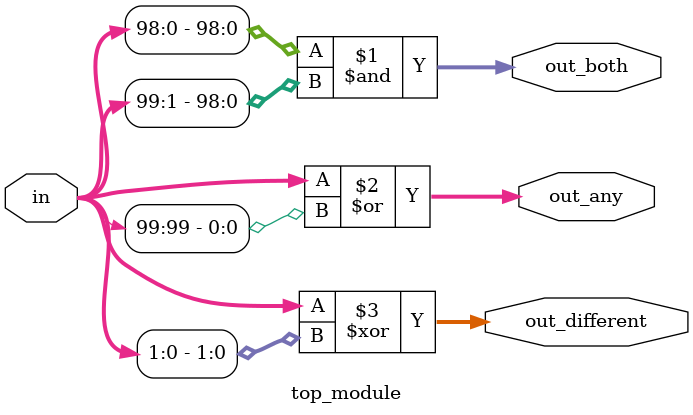
<source format=sv>
module top_module (
    input [99:0] in,
    output [98:0] out_both,
    output [99:0] out_any,
    output [99:0] out_different
);

    assign out_both = in[98:0] & in[99:1];
    assign out_any = in | in[99];
    assign out_different = {in[0] ^ in[99], in ^ in[1:0]};

endmodule

</source>
